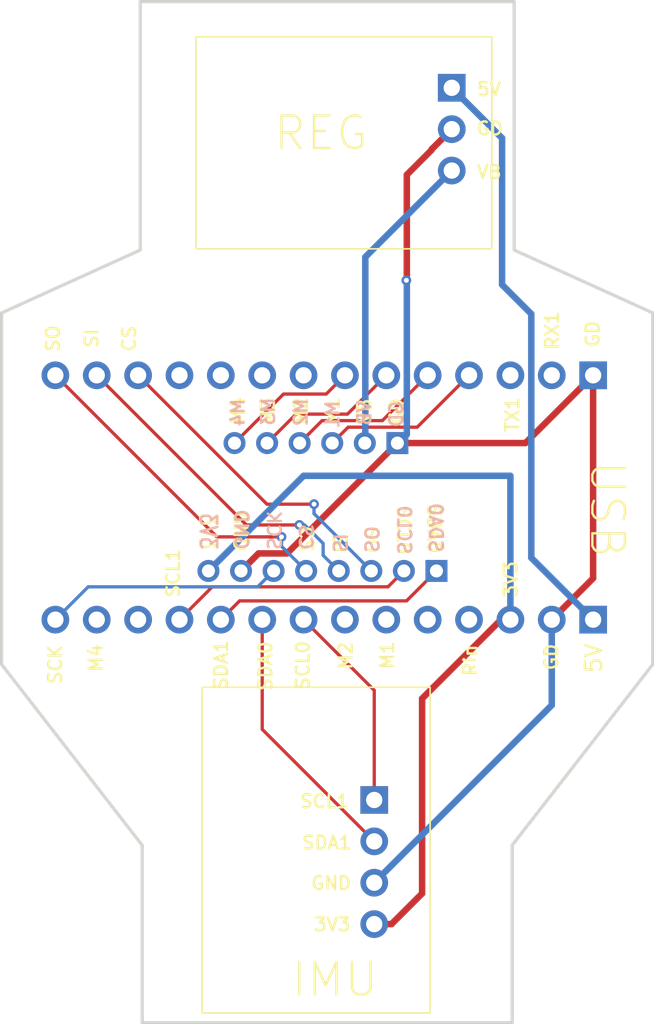
<source format=kicad_pcb>
(kicad_pcb (version 20241229) (generator "pcbnew") (generator_version "9.0")
  (layers (0 "F.Cu" signal) (2 "B.Cu" signal) (13 "F.Paste" user) (15 "B.Paste" user) (5 "F.SilkS" user "F.Silkscreen") (7 "B.SilkS" user "B.Silkscreen") (1 "F.Mask" user) (3 "B.Mask" user) (25 "Edge.Cuts" user))
  (net 0 "")
  (net 1 "/CS")
  (net 2 "/MOSI")
  (net 3 "/GND")
  (net 4 "/MISO")
  (net 5 "/3V3")
  (net 6 "/SCK")
  (net 7 "/RX1")
  (net 12 "/TX1")
  (net 13 "/5V")
  (net 14 "/SCL1")
  (net 15 "/SDA0")
  (net 16 "/SDA1")
  (net 17 "/SCL0")
  (net 18 "/VBAT")
  (net 19 "/M3")
  (net 20 "/M2")
  (net 21 "/M1")
  (net 22 "/M4")
  (net 24 "/Rin")
  (footprint "MountingHole:MountingHole_2.5mm" (layer "F.Cu") (at 135.39 72.7)
    (property "Reference" "H1" (hide yes))
    (property "Value" "MountingHole" (hide yes))
    (pad "" np_thru_hole circle (at 1.11 0.5) (size 2.5 2.5) (drill 2.5) (layers "*.Cu" "*.Mask"))
  )
  (footprint "Connector_PinHeader_2.00mm:PinHeader_1x06_P2.00mm_Vertical" (layer "F.Cu") (at 149.98 80.41 -90)
    (property "Reference" "J5" (hide yes))
    (property "Value" "Conn_01x06_Pin" (hide yes))
    (pad "1" thru_hole rect (at 0 0 270) (size 1.35 1.35) (drill 0.8) (layers "*.Cu" "*.Mask") (net 3 "/GND"))
    (pad "2" thru_hole circle (at 0 2 270) (size 1.35 1.35) (drill 0.8) (layers "*.Cu" "*.Mask") (net 18 "/VBAT"))
    (pad "3" thru_hole circle (at 0 4 270) (size 1.35 1.35) (drill 0.8) (layers "*.Cu" "*.Mask") (net 21 "/M1"))
    (pad "4" thru_hole circle (at 0 6 270) (size 1.35 1.35) (drill 0.8) (layers "*.Cu" "*.Mask") (net 20 "/M2"))
    (pad "5" thru_hole circle (at 0 8 270) (size 1.35 1.35) (drill 0.8) (layers "*.Cu" "*.Mask") (net 19 "/M3"))
    (pad "6" thru_hole circle (at 0 10 270) (size 1.35 1.35) (drill 0.8) (layers "*.Cu" "*.Mask") (net 22 "/M4"))
  )
  (footprint "MountingHole:MountingHole_2.5mm" (layer "F.Cu") (at 155.635 94.11)
    (property "Reference" "H3" (hide yes))
    (property "Value" "MountingHole" (hide yes))
    (pad "" np_thru_hole circle (at 0.365 -0.11) (size 2.5 2.5) (drill 2.5) (layers "*.Cu" "*.Mask"))
  )
  (footprint "Connector_PinHeader_2.54mm:PinHeader_1x03_P2.54mm_Vertical" (layer "F.Cu") (at 153.32 58.6)
    (property "Reference" "J4" (hide yes))
    (property "Value" "Conn_01x03_Socket" (hide yes))
    (pad "1" thru_hole rect (at 0 0) (size 1.7 1.7) (drill 1) (layers "*.Cu" "*.Mask") (net 13 "/5V"))
    (pad "2" thru_hole circle (at 0 2.54) (size 1.7 1.7) (drill 1) (layers "*.Cu" "*.Mask") (net 3 "/GND"))
    (pad "3" thru_hole circle (at 0 5.08) (size 1.7 1.7) (drill 1) (layers "*.Cu" "*.Mask") (net 18 "/VBAT"))
  )
  (footprint "Connector_PinSocket_2.54mm:PinSocket_1x14_P2.54mm_Vertical" (layer "F.Cu") (at 162 76.25 -90)
    (property "Reference" "J1" (hide yes))
    (property "Value" "Conn_01x14_Socket" (hide yes))
    (pad "1" thru_hole rect (at 0 0 270) (size 1.7 1.7) (drill 1) (layers "*.Cu" "*.Mask") (net 3 "/GND"))
    (pad "2" thru_hole circle (at 0 2.54 270) (size 1.7 1.7) (drill 1) (layers "*.Cu" "*.Mask") (net 7 "/RX1"))
    (pad "3" thru_hole circle (at 0 5.08 270) (size 1.7 1.7) (drill 1) (layers "*.Cu" "*.Mask") (net 12 "/TX1"))
    (pad "4" thru_hole circle (at 0 7.62 270) (size 1.7 1.7) (drill 1) (layers "*.Cu" "*.Mask") (net 21 "/M1"))
    (pad "5" thru_hole circle (at 0 10.16 270) (size 1.7 1.7) (drill 1) (layers "*.Cu" "*.Mask") (net 20 "/M2"))
    (pad "6" thru_hole circle (at 0 12.7 270) (size 1.7 1.7) (drill 1) (layers "*.Cu" "*.Mask") (net 19 "/M3"))
    (pad "7" thru_hole circle (at 0 15.24 270) (size 1.7 1.7) (drill 1) (layers "*.Cu" "*.Mask") (net 22 "/M4"))
    (pad "8" thru_hole circle (at 0 17.78 270) (size 1.7 1.7) (drill 1) (layers "*.Cu" "*.Mask"))
    (pad "9" thru_hole circle (at 0 20.32 270) (size 1.7 1.7) (drill 1) (layers "*.Cu" "*.Mask"))
    (pad "10" thru_hole circle (at 0 22.86 270) (size 1.7 1.7) (drill 1) (layers "*.Cu" "*.Mask"))
    (pad "11" thru_hole circle (at 0 25.4 270) (size 1.7 1.7) (drill 1) (layers "*.Cu" "*.Mask"))
    (pad "12" thru_hole circle (at 0 27.94 270) (size 1.7 1.7) (drill 1) (layers "*.Cu" "*.Mask") (net 1 "/CS"))
    (pad "13" thru_hole circle (at 0 30.48 270) (size 1.7 1.7) (drill 1) (layers "*.Cu" "*.Mask") (net 2 "/MOSI"))
    (pad "14" thru_hole circle (at 0 33.02 270) (size 1.7 1.7) (drill 1) (layers "*.Cu" "*.Mask") (net 4 "/MISO"))
  )
  (footprint "Connector_PinHeader_2.54mm:PinHeader_1x04_P2.54mm_Vertical" (layer "F.Cu") (at 148.559 102.321)
    (property "Reference" "J3" (hide yes))
    (property "Value" "Conn_01x04_Socket" (hide yes))
    (pad "1" thru_hole rect (at 0 0) (size 1.7 1.7) (drill 1) (layers "*.Cu" "*.Mask") (net 17 "/SCL0"))
    (pad "2" thru_hole circle (at 0 2.54) (size 1.7 1.7) (drill 1) (layers "*.Cu" "*.Mask") (net 15 "/SDA0"))
    (pad "3" thru_hole circle (at 0 5.08) (size 1.7 1.7) (drill 1) (layers "*.Cu" "*.Mask") (net 3 "/GND"))
    (pad "4" thru_hole circle (at 0 7.62) (size 1.7 1.7) (drill 1) (layers "*.Cu" "*.Mask") (net 5 "/3V3"))
  )
  (footprint "Connector_PinSocket_2.00mm:PinSocket_1x08_P2.00mm_Vertical" (layer "F.Cu") (at 152.38 88.26 -90)
    (property "Reference" "J7" (hide yes))
    (property "Value" "Conn_01x08_Pin" (hide yes))
    (pad "1" thru_hole rect (at 0 0 270) (size 1.35 1.35) (drill 0.8) (layers "*.Cu" "*.Mask") (net 16 "/SDA1"))
    (pad "2" thru_hole circle (at 0 2 270) (size 1.35 1.35) (drill 0.8) (layers "*.Cu" "*.Mask") (net 14 "/SCL1"))
    (pad "3" thru_hole circle (at 0 4 270) (size 1.35 1.35) (drill 0.8) (layers "*.Cu" "*.Mask") (net 1 "/CS"))
    (pad "4" thru_hole circle (at 0 6 270) (size 1.35 1.35) (drill 0.8) (layers "*.Cu" "*.Mask") (net 2 "/MOSI"))
    (pad "5" thru_hole circle (at 0 8 270) (size 1.35 1.35) (drill 0.8) (layers "*.Cu" "*.Mask") (net 4 "/MISO"))
    (pad "6" thru_hole circle (at 0 10 270) (size 1.35 1.35) (drill 0.8) (layers "*.Cu" "*.Mask") (net 6 "/SCK"))
    (pad "7" thru_hole circle (at 0 12 270) (size 1.35 1.35) (drill 0.8) (layers "*.Cu" "*.Mask") (net 3 "/GND"))
    (pad "8" thru_hole circle (at 0 14 270) (size 1.35 1.35) (drill 0.8) (layers "*.Cu" "*.Mask") (net 5 "/3V3"))
  )
  (footprint "Connector_PinSocket_2.54mm:PinSocket_1x14_P2.54mm_Vertical" (layer "F.Cu") (at 162 91.25 -90)
    (property "Reference" "J2" (hide yes))
    (property "Value" "Conn_01x14_Socket" (hide yes))
    (pad "1" thru_hole rect (at 0 0 270) (size 1.7 1.7) (drill 1) (layers "*.Cu" "*.Mask") (net 13 "/5V"))
    (pad "2" thru_hole circle (at 0 2.54 270) (size 1.7 1.7) (drill 1) (layers "*.Cu" "*.Mask") (net 3 "/GND"))
    (pad "3" thru_hole circle (at 0 5.08 270) (size 1.7 1.7) (drill 1) (layers "*.Cu" "*.Mask") (net 5 "/3V3"))
    (pad "4" thru_hole circle (at 0 7.62 270) (size 1.7 1.7) (drill 1) (layers "*.Cu" "*.Mask") (net 24 "/Rin"))
    (pad "5" thru_hole circle (at 0 10.16 270) (size 1.7 1.7) (drill 1) (layers "*.Cu" "*.Mask"))
    (pad "6" thru_hole circle (at 0 12.7 270) (size 1.7 1.7) (drill 1) (layers "*.Cu" "*.Mask"))
    (pad "7" thru_hole circle (at 0 15.24 270) (size 1.7 1.7) (drill 1) (layers "*.Cu" "*.Mask"))
    (pad "8" thru_hole circle (at 0 17.78 270) (size 1.7 1.7) (drill 1) (layers "*.Cu" "*.Mask") (net 17 "/SCL0"))
    (pad "9" thru_hole circle (at 0 20.32 270) (size 1.7 1.7) (drill 1) (layers "*.Cu" "*.Mask") (net 15 "/SDA0"))
    (pad "10" thru_hole circle (at 0 22.86 270) (size 1.7 1.7) (drill 1) (layers "*.Cu" "*.Mask") (net 16 "/SDA1"))
    (pad "11" thru_hole circle (at 0 25.4 270) (size 1.7 1.7) (drill 1) (layers "*.Cu" "*.Mask") (net 14 "/SCL1"))
    (pad "12" thru_hole circle (at 0 27.94 270) (size 1.7 1.7) (drill 1) (layers "*.Cu" "*.Mask"))
    (pad "13" thru_hole circle (at 0 30.48 270) (size 1.7 1.7) (drill 1) (layers "*.Cu" "*.Mask"))
    (pad "14" thru_hole circle (at 0 33.02 270) (size 1.7 1.7) (drill 1) (layers "*.Cu" "*.Mask") (net 6 "/SCK"))
  )
  (footprint "MountingHole:MountingHole_2.5mm" (layer "F.Cu") (at 155.575 72.87)
    (property "Reference" "H2" (hide yes))
    (property "Value" "MountingHole" (hide yes))
    (pad "" np_thru_hole circle (at 0.425 0.33) (size 2.5 2.5) (drill 2.5) (layers "*.Cu" "*.Mask"))
  )
  (footprint "MountingHole:MountingHole_2.5mm" (layer "F.Cu") (at 135.27 94.8)
    (property "Reference" "H4" (hide yes))
    (property "Value" "MountingHole" (hide yes))
    (pad "" np_thru_hole circle (at 1.23 -0.8) (size 2.5 2.5) (drill 2.5) (layers "*.Cu" "*.Mask"))
  )
  (gr_rect (start 137.99 95.4) (end 151.99 115.4) (stroke (width 0.1)) (fill no) (layer "F.SilkS"))
  (gr_rect (start 137.608765 55.465919) (end 155.778765 68.485919) (stroke (width 0.1)) (fill no) (layer "F.SilkS"))
  (gr_line (start 134.31 116) (end 157.03 116) (stroke (width 0.2)) (layer "Edge.Cuts"))
  (gr_line (start 134.19 68.56) (end 125.68 72.42) (stroke (width 0.2)) (layer "Edge.Cuts"))
  (gr_line (start 134.19 53.31) (end 134.19 68.56) (stroke (width 0.2)) (layer "Edge.Cuts"))
  (gr_line (start 165.66 94) (end 157.03 105.099139) (stroke (width 0.2)) (layer "Edge.Cuts"))
  (gr_line (start 165.66 72.42) (end 165.66 94) (stroke (width 0.2)) (layer "Edge.Cuts"))
  (gr_line (start 125.68 94) (end 134.31 105.099139) (stroke (width 0.2)) (layer "Edge.Cuts"))
  (gr_line (start 157.15 53.31) (end 157.15 68.56) (stroke (width 0.2)) (layer "Edge.Cuts"))
  (gr_line (start 125.68 72.42) (end 125.68 94) (stroke (width 0.2)) (layer "Edge.Cuts"))
  (gr_line (start 134.19 53.31) (end 157.15 53.31) (stroke (width 0.2)) (layer "Edge.Cuts"))
  (gr_line (start 157.03 105.099139) (end 157.03 116) (stroke (width 0.2)) (layer "Edge.Cuts"))
  (gr_line (start 134.31 105.099139) (end 134.31 116) (stroke (width 0.2)) (layer "Edge.Cuts"))
  (gr_line (start 157.15 68.56) (end 165.66 72.42) (stroke (width 0.2)) (layer "Edge.Cuts"))
  (gr_text "SCK" (at 129.44 95.3 90) (layer "F.SilkS") (effects (font (size 0.8 0.8)) (justify left bottom)))
  (gr_text "SDA0" (at 142.342986 95.70532 90) (layer "F.SilkS") (effects (font (size 0.8 0.8)) (justify left bottom)))
  (gr_text "3V3" (at 157.410103 89.98 90) (layer "F.SilkS") (effects (font (size 0.8 0.8)) (justify left bottom)))
  (gr_text "GND" (at 139.86 84.5 270) (layer "F.SilkS") (effects (font (size 0.8 0.8)) (justify left bottom)))
  (gr_text "SCL0" (at 144.64 95.63 90) (layer "F.SilkS") (effects (font (size 0.8 0.8)) (justify left bottom)))
  (gr_text "M2" (at 147.27 94.4 90) (layer "F.SilkS") (effects (font (size 0.8 0.8)) (justify left bottom)))
  (gr_text "SI" (at 145.97 85.91 270) (layer "F.SilkS") (effects (font (size 0.8 0.8)) (justify left bottom)))
  (gr_text "M4" (at 131.93 94.54 90) (layer "F.SilkS") (effects (font (size 0.8 0.8)) (justify left bottom)))
  (gr_text "CS" (at 133.975 74.875 90) (layer "F.SilkS") (effects (font (size 0.8 0.8)) (justify left bottom)))
  (gr_text "M1" (at 149.83 94.37 90) (layer "F.SilkS") (effects (font (size 0.8 0.8)) (justify left bottom)))
  (gr_text "USB" (at 161.7 81.375 270) (layer "F.SilkS") (effects (font (size 2 2)) (justify left bottom)))
  (gr_text "M3" (at 142.5 79.38 90) (layer "F.SilkS") (effects (font (size 0.8 0.8)) (justify left bottom)))
  (gr_text "SCL1" (at 143.919 102.871 0) (layer "F.SilkS") (effects (font (size 0.8 0.8)) (justify left bottom)))
  (gr_text "3V3" (at 137.75 84.64 270) (layer "F.SilkS") (effects (font (size 1 0.8)) (justify left bottom)))
  (gr_text "VB" (at 154.78 64.24 0) (layer "F.SilkS") (effects (font (size 0.8 0.8)) (justify left bottom)))
  (gr_text "SDA1" (at 144.039 105.411 0) (layer "F.SilkS") (effects (font (size 0.8 0.8)) (justify left bottom)))
  (gr_text "RX1" (at 159.95 74.77 90) (layer "F.SilkS") (effects (font (size 0.8 0.8)) (justify left bottom)))
  (gr_text "GD" (at 162.44 74.61 90) (layer "F.SilkS") (effects (font (size 0.8 0.8)) (justify left bottom)))
  (gr_text "TX1" (at 157.51 79.83 90) (layer "F.SilkS") (effects (font (size 0.8 0.8)) (justify left bottom)))
  (gr_text "SI" (at 131.675 74.65 90) (layer "F.SilkS") (effects (font (size 0.8 0.8)) (justify left bottom)))
  (gr_text "SCL0" (at 149.9 84.18 270) (layer "F.SilkS") (effects (font (size 0.8 0.8)) (justify left bottom)))
  (gr_text "REG" (at 142.29 62.55 0) (layer "F.SilkS") (effects (font (size 2 2)) (justify left bottom)))
  (gr_text "GD" (at 150.39 79.36 90) (layer "F.SilkS") (effects (font (size 0.8 0.8)) (justify left bottom)))
  (gr_text "SDA1" (at 139.62 95.63 90) (layer "F.SilkS") (effects (font (size 0.8 0.8)) (justify left bottom)))
  (gr_text "VB" (at 148.41 79.28 90) (layer "F.SilkS") (effects (font (size 0.8 0.8)) (justify left bottom)))
  (gr_text "5V" (at 154.78 59.16 0) (layer "F.SilkS") (effects (font (size 0.8 0.8)) (justify left bottom)))
  (gr_text "CS" (at 143.91 85.41 270) (layer "F.SilkS") (effects (font (size 0.8 0.8)) (justify left bottom)))
  (gr_text "GD" (at 154.76 61.57 0) (layer "F.SilkS") (effects (font (size 0.8 0.8)) (justify left bottom)))
  (gr_text "3V3" (at 144.779 110.441 0) (layer "F.SilkS") (effects (font (size 0.8 0.8)) (justify left bottom)))
  (gr_text "SO" (at 129.3 74.9 90) (layer "F.SilkS") (effects (font (size 0.8 0.8)) (justify left bottom)))
  (gr_text "GND" (at 144.599 107.901 0) (layer "F.SilkS") (effects (font (size 0.8 0.8)) (justify left bottom)))
  (gr_text "5V" (at 162.625 94.625 90) (layer "F.SilkS") (effects (font (size 1 1)) (justify left bottom)))
  (gr_text "M4" (at 140.675 79.365 90) (layer "F.SilkS") (effects (font (size 0.8 0.8)) (justify left bottom)))
  (gr_text "IMU" (at 143.38 114.51 0) (layer "F.SilkS") (effects (font (size 2 2)) (justify left bottom)))
  (gr_text "GD" (at 159.9 94.44 90) (layer "F.SilkS") (effects (font (size 0.8 0.8)) (justify left bottom)))
  (gr_text "M2" (at 144.53 79.38 90) (layer "F.SilkS") (effects (font (size 0.8 0.8)) (justify left bottom)))
  (gr_text "Rin" (at 154.93 94.8 90) (layer "F.SilkS") (effects (font (size 0.8 0.8)) (justify left bottom)))
  (gr_text "SO" (at 147.93 85.45 270) (layer "F.SilkS") (effects (font (size 0.8 0.8)) (justify left bottom)))
  (gr_text "SCL1" (at 136.676986 89.98 90) (layer "F.SilkS") (effects (font (size 0.8 0.8)) (justify left bottom)))
  (gr_text "M1" (at 146.48 79.38 90) (layer "F.SilkS") (effects (font (size 0.8 0.8)) (justify left bottom)))
  (gr_text "SDA0" (at 151.77 84.07 270) (layer "F.SilkS") (effects (font (size 0.8 0.8)) (justify left bottom)))
  (gr_text "CS" (at 143.88 87.05 270) (layer "B.SilkS") (effects (font (size 0.8 0.8)) (justify left bottom mirror)))
  (gr_text "M2" (at 144.51 77.59 90) (layer "B.SilkS") (effects (font (size 0.8 0.8)) (justify left bottom mirror)))
  (gr_text "GND" (at 139.93 87.03 270) (layer "B.SilkS") (effects (font (size 0.8 0.8)) (justify left bottom mirror)))
  (gr_text "SCK" (at 141.92 87.05 270) (layer "B.SilkS") (effects (font (size 0.8 0.8)) (justify left bottom mirror)))
  (gr_text "SCL0" (at 149.93 87.32 270) (layer "B.SilkS") (effects (font (size 0.8 0.8)) (justify left bottom mirror)))
  (gr_text "SDA0" (at 151.87 87.21 270) (layer "B.SilkS") (effects (font (size 0.8 0.8)) (justify left bottom mirror)))
  (gr_text "M4" (at 140.65 77.61 90) (layer "B.SilkS") (effects (font (size 0.8 0.8)) (justify left bottom mirror)))
  (gr_text "SI" (at 145.97 87.21 270) (layer "B.SilkS") (effects (font (size 0.8 0.8)) (justify left bottom mirror)))
  (gr_text "GD" (at 150.38 77.74 90) (layer "B.SilkS") (effects (font (size 0.8 0.8)) (justify left bottom mirror)))
  (gr_text "VB" (at 148.42 77.74 90) (layer "B.SilkS") (effects (font (size 0.8 0.8)) (justify left bottom mirror)))
  (gr_text "SO" (at 147.91 87.22 270) (layer "B.SilkS") (effects (font (size 0.8 0.8)) (justify left bottom mirror)))
  (gr_text "M1" (at 146.46 77.73 90) (layer "B.SilkS") (effects (font (size 0.8 0.8)) (justify left bottom mirror)))
  (gr_text "3V3" (at 137.79 87.03 270) (layer "B.SilkS") (effects (font (size 1 0.8)) (justify left bottom mirror)))
  (gr_text "M3" (at 142.51 77.54 90) (layer "B.SilkS") (effects (font (size 0.8 0.8)) (justify left bottom mirror)))
  (segment (start 134.06 76.25) (end 141.971188 84.161188) (width 0.2) (layer "F.Cu") (net 1))
  (segment (start 141.971188 84.161188) (end 144.862652 84.161188) (width 0.2) (layer "F.Cu") (net 1))
  (via (at 144.862652 84.161188) (size 0.6) (drill 0.3) (layers "F.Cu" "B.Cu") (net 1))
  (segment (start 144.862652 84.161188) (end 144.862652 84.742652) (width 0.2) (layer "B.Cu") (net 1))
  (segment (start 144.862652 84.742652) (end 148.38 88.26) (width 0.2) (layer "B.Cu") (net 1))
  (segment (start 131.52 76.25) (end 140.706903 85.436903) (width 0.2) (layer "F.Cu") (net 2))
  (segment (start 140.706903 85.436903) (end 143.963147 85.436903) (width 0.2) (layer "F.Cu") (net 2))
  (via (at 143.963147 85.436903) (size 0.6) (drill 0.3) (layers "F.Cu" "B.Cu") (net 2))
  (segment (start 143.963147 85.436903) (end 144.289123 85.436903) (width 0.2) (layer "B.Cu") (net 2))
  (segment (start 144.289123 85.436903) (end 145.42103 86.56881) (width 0.2) (layer "B.Cu") (net 2))
  (segment (start 145.42103 87.30103) (end 146.38 88.26) (width 0.2) (layer "B.Cu") (net 2))
  (segment (start 145.42103 86.56881) (end 145.42103 87.30103) (width 0.2) (layer "B.Cu") (net 2))
  (segment (start 141.456 87.184) (end 140.38 88.26) (width 0.4) (layer "F.Cu") (net 3))
  (segment (start 162 76.25) (end 162 88.71) (width 0.4) (layer "F.Cu") (net 3))
  (segment (start 143.206 87.184) (end 141.456 87.184) (width 0.4) (layer "F.Cu") (net 3))
  (segment (start 157.84 80.41) (end 162 76.25) (width 0.4) (layer "F.Cu") (net 3))
  (segment (start 152.08 62.38) (end 153.32 61.14) (width 0.4) (layer "F.Cu") (net 3))
  (segment (start 150.56 70.359577) (end 150.56 63.940423) (width 0.4) (layer "F.Cu") (net 3))
  (segment (start 149.98 80.41) (end 143.206 87.184) (width 0.4) (layer "F.Cu") (net 3))
  (segment (start 152.08 62.420423) (end 152.08 62.38) (width 0.4) (layer "F.Cu") (net 3))
  (segment (start 162 88.71) (end 159.46 91.25) (width 0.4) (layer "F.Cu") (net 3))
  (segment (start 150.56 63.940423) (end 152.08 62.420423) (width 0.4) (layer "F.Cu") (net 3))
  (segment (start 149.98 80.41) (end 157.84 80.41) (width 0.4) (layer "F.Cu") (net 3))
  (segment (start 159.46 91.25) (end 159.46 91.33) (width 0.4) (layer "F.Cu") (net 3))
  (via (at 150.53 70.42) (size 0.6) (drill 0.3) (layers "F.Cu" "B.Cu") (net 3))
  (segment (start 150.56 70.374577) (end 150.56 79.885423) (width 0.4) (layer "B.Cu") (net 3))
  (segment (start 159.46 91.25) (end 159.46 96.5) (width 0.4) (layer "B.Cu") (net 3))
  (segment (start 159.46 96.5) (end 148.559 107.401) (width 0.4) (layer "B.Cu") (net 3))
  (segment (start 149.98 80.41) (end 150.451 79.939) (width 0.4) (layer "B.Cu") (net 3))
  (segment (start 128.98 76.25) (end 138.898896 86.168896) (width 0.2) (layer "F.Cu") (net 4))
  (segment (start 138.898896 86.168896) (end 142.86454 86.168896) (width 0.2) (layer "F.Cu") (net 4))
  (via (at 142.86454 86.168896) (size 0.6) (drill 0.3) (layers "F.Cu" "B.Cu") (net 4))
  (segment (start 142.86454 86.168896) (end 142.86454 86.74454) (width 0.2) (layer "B.Cu") (net 4))
  (segment (start 142.86454 86.74454) (end 144.38 88.26) (width 0.2) (layer "B.Cu") (net 4))
  (segment (start 156.92 91.25) (end 156.344423 91.25) (width 0.4) (layer "F.Cu") (net 5))
  (segment (start 151.5 96.094423) (end 151.5 108.06) (width 0.4) (layer "F.Cu") (net 5))
  (segment (start 151.5 108.06) (end 149.62 109.94) (width 0.4) (layer "F.Cu") (net 5))
  (segment (start 156.344423 91.25) (end 151.5 96.094423) (width 0.4) (layer "F.Cu") (net 5))
  (segment (start 149.62 109.94) (end 148.56 109.94) (width 0.4) (layer "F.Cu") (net 5))
  (segment (start 148.56 109.94) (end 148.559 109.941) (width 0.4) (layer "F.Cu") (net 5))
  (segment (start 156.92 82.42) (end 144.22 82.42) (width 0.4) (layer "B.Cu") (net 5))
  (segment (start 144.22 82.42) (end 138.38 88.26) (width 0.4) (layer "B.Cu") (net 5))
  (segment (start 156.92 82.42) (end 156.92 91.25) (width 0.4) (layer "B.Cu") (net 5))
  (segment (start 130.994 89.236) (end 128.98 91.25) (width 0.2) (layer "B.Cu") (net 6))
  (segment (start 142.38 88.26) (end 141.404 89.236) (width 0.2) (layer "B.Cu") (net 6))
  (segment (start 141.404 89.236) (end 130.994 89.236) (width 0.2) (layer "B.Cu") (net 6))
  (segment (start 158.203367 72.484297) (end 156.41 70.69093) (width 0.4) (layer "B.Cu") (net 13))
  (segment (start 156.41 61.69) (end 153.32 58.6) (width 0.4) (layer "B.Cu") (net 13))
  (segment (start 158.203367 87.453367) (end 162 91.25) (width 0.4) (layer "B.Cu") (net 13))
  (segment (start 156.41 70.69093) (end 156.41 61.69) (width 0.4) (layer "B.Cu") (net 13))
  (segment (start 158.203367 72.484297) (end 158.203367 87.453367) (width 0.4) (layer "B.Cu") (net 13))
  (segment (start 150.38 88.26) (end 149.404 89.236) (width 0.2) (layer "F.Cu") (net 14))
  (segment (start 138.614 89.236) (end 136.6 91.25) (width 0.2) (layer "F.Cu") (net 14))
  (segment (start 149.404 89.236) (end 138.614 89.236) (width 0.2) (layer "F.Cu") (net 14))
  (segment (start 141.68 97.982) (end 148.559 104.861) (width 0.2) (layer "F.Cu") (net 15))
  (segment (start 141.68 91.25) (end 141.68 97.982) (width 0.2) (layer "F.Cu") (net 15))
  (segment (start 150.541 90.099) (end 152.38 88.26) (width 0.2) (layer "F.Cu") (net 16))
  (segment (start 139.14 91.25) (end 140.291 90.099) (width 0.2) (layer "F.Cu") (net 16))
  (segment (start 140.291 90.099) (end 150.541 90.099) (width 0.2) (layer "F.Cu") (net 16))
  (segment (start 144.22 91.25) (end 148.559 95.589) (width 0.2) (layer "F.Cu") (net 17))
  (segment (start 148.559 95.589) (end 148.559 102.321) (width 0.2) (layer "F.Cu") (net 17))
  (segment (start 147.98 80.41) (end 148.011 80.379) (width 0.4) (layer "B.Cu") (net 18))
  (segment (start 148.011 80.379) (end 148.011 68.989) (width 0.4) (layer "B.Cu") (net 18))
  (segment (start 148.011 68.989) (end 153.32 63.68) (width 0.4) (layer "B.Cu") (net 18))
  (segment (start 143.758 78.632) (end 141.98 80.41) (width 0.2) (layer "F.Cu") (net 19))
  (segment (start 146.918 78.632) (end 143.758 78.632) (width 0.2) (layer "F.Cu") (net 19))
  (segment (start 149.3 76.25) (end 146.918 78.632) (width 0.2) (layer "F.Cu") (net 19))
  (segment (start 151.84 76.25) (end 149.057 79.033) (width 0.2) (layer "F.Cu") (net 20))
  (segment (start 149.057 79.033) (end 145.357 79.033) (width 0.2) (layer "F.Cu") (net 20))
  (segment (start 145.357 79.033) (end 143.98 80.41) (width 0.2) (layer "F.Cu") (net 20))
  (segment (start 154.38 76.25) (end 151.196 79.434) (width 0.2) (layer "F.Cu") (net 21))
  (segment (start 151.196 79.434) (end 146.956 79.434) (width 0.2) (layer "F.Cu") (net 21))
  (segment (start 146.956 79.434) (end 145.98 80.41) (width 0.2) (layer "F.Cu") (net 21))
  (segment (start 142.989 77.401) (end 139.98 80.41) (width 0.2) (layer "F.Cu") (net 22))
  (segment (start 145.609 77.401) (end 142.989 77.401) (width 0.2) (layer "F.Cu") (net 22))
  (segment (start 146.76 76.25) (end 145.609 77.401) (width 0.2) (layer "F.Cu") (net 22))
)
</source>
